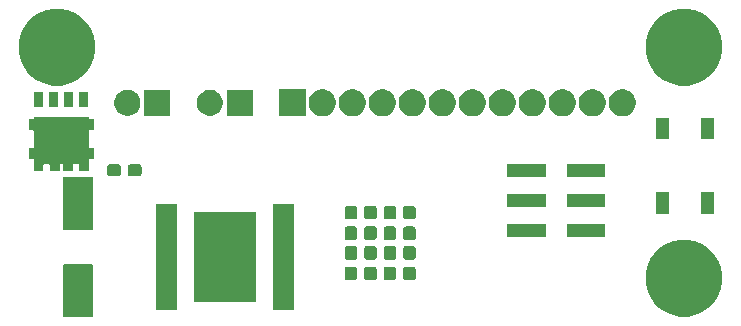
<source format=gts>
G04 #@! TF.GenerationSoftware,KiCad,Pcbnew,5.0.2+dfsg1-1*
G04 #@! TF.CreationDate,2021-06-07T16:20:21-04:00*
G04 #@! TF.ProjectId,KyberBoard,4b796265-7242-46f6-9172-642e6b696361,rev?*
G04 #@! TF.SameCoordinates,Original*
G04 #@! TF.FileFunction,Soldermask,Top*
G04 #@! TF.FilePolarity,Negative*
%FSLAX46Y46*%
G04 Gerber Fmt 4.6, Leading zero omitted, Abs format (unit mm)*
G04 Created by KiCad (PCBNEW 5.0.2+dfsg1-1) date Mon 07 Jun 2021 04:20:21 PM EDT*
%MOMM*%
%LPD*%
G01*
G04 APERTURE LIST*
%ADD10C,0.150000*%
G04 APERTURE END LIST*
D10*
G36*
X123075018Y-85426332D02*
X123108700Y-85436550D01*
X123139734Y-85453138D01*
X123166937Y-85475463D01*
X123189262Y-85502666D01*
X123205850Y-85533700D01*
X123216068Y-85567382D01*
X123220000Y-85607308D01*
X123220000Y-89737492D01*
X123216068Y-89777418D01*
X123205850Y-89811100D01*
X123189262Y-89842134D01*
X123166937Y-89869337D01*
X123139734Y-89891662D01*
X123108700Y-89908250D01*
X123075018Y-89918468D01*
X123035092Y-89922400D01*
X120804908Y-89922400D01*
X120764982Y-89918468D01*
X120731300Y-89908250D01*
X120700266Y-89891662D01*
X120673063Y-89869337D01*
X120650738Y-89842134D01*
X120634150Y-89811100D01*
X120623932Y-89777418D01*
X120620000Y-89737492D01*
X120620000Y-85607308D01*
X120623932Y-85567382D01*
X120634150Y-85533700D01*
X120650738Y-85502666D01*
X120673063Y-85475463D01*
X120700266Y-85453138D01*
X120731300Y-85436550D01*
X120764982Y-85426332D01*
X120804908Y-85422400D01*
X123035092Y-85422400D01*
X123075018Y-85426332D01*
X123075018Y-85426332D01*
G37*
G36*
X174175990Y-83488896D02*
X174175992Y-83488897D01*
X174175993Y-83488897D01*
X174767452Y-83733888D01*
X175299754Y-84089560D01*
X175752440Y-84542246D01*
X176067239Y-85013377D01*
X176108112Y-85074548D01*
X176340278Y-85635044D01*
X176353104Y-85666010D01*
X176478000Y-86293903D01*
X176478000Y-86934097D01*
X176353104Y-87561990D01*
X176108112Y-88153452D01*
X175752440Y-88685754D01*
X175299754Y-89138440D01*
X175041499Y-89311000D01*
X174767452Y-89494112D01*
X174175993Y-89739103D01*
X174175992Y-89739103D01*
X174175990Y-89739104D01*
X173548097Y-89864000D01*
X172907903Y-89864000D01*
X172280010Y-89739104D01*
X172280008Y-89739103D01*
X172280007Y-89739103D01*
X171688548Y-89494112D01*
X171414501Y-89311000D01*
X171156246Y-89138440D01*
X170703560Y-88685754D01*
X170347888Y-88153452D01*
X170102896Y-87561990D01*
X169978000Y-86934097D01*
X169978000Y-86293903D01*
X170102896Y-85666010D01*
X170115723Y-85635044D01*
X170347888Y-85074548D01*
X170388761Y-85013377D01*
X170703560Y-84542246D01*
X171156246Y-84089560D01*
X171688548Y-83733888D01*
X172280007Y-83488897D01*
X172280008Y-83488897D01*
X172280010Y-83488896D01*
X172907903Y-83364000D01*
X173548097Y-83364000D01*
X174175990Y-83488896D01*
X174175990Y-83488896D01*
G37*
G36*
X140198500Y-89311000D02*
X138398500Y-89311000D01*
X138398500Y-80361000D01*
X140198500Y-80361000D01*
X140198500Y-89311000D01*
X140198500Y-89311000D01*
G37*
G36*
X130333500Y-89311000D02*
X128533500Y-89311000D01*
X128533500Y-80361000D01*
X130333500Y-80361000D01*
X130333500Y-89311000D01*
X130333500Y-89311000D01*
G37*
G36*
X137016000Y-88636000D02*
X131716000Y-88636000D01*
X131716000Y-81036000D01*
X137016000Y-81036000D01*
X137016000Y-88636000D01*
X137016000Y-88636000D01*
G37*
G36*
X145387861Y-85634557D02*
X145427635Y-85646623D01*
X145464292Y-85666216D01*
X145496418Y-85692582D01*
X145522784Y-85724708D01*
X145542377Y-85761365D01*
X145554443Y-85801139D01*
X145559000Y-85847408D01*
X145559000Y-86562592D01*
X145554443Y-86608861D01*
X145542377Y-86648635D01*
X145522784Y-86685292D01*
X145496418Y-86717418D01*
X145464292Y-86743784D01*
X145427635Y-86763377D01*
X145387861Y-86775443D01*
X145341592Y-86780000D01*
X144726408Y-86780000D01*
X144680139Y-86775443D01*
X144640365Y-86763377D01*
X144603708Y-86743784D01*
X144571582Y-86717418D01*
X144545216Y-86685292D01*
X144525623Y-86648635D01*
X144513557Y-86608861D01*
X144509000Y-86562592D01*
X144509000Y-85847408D01*
X144513557Y-85801139D01*
X144525623Y-85761365D01*
X144545216Y-85724708D01*
X144571582Y-85692582D01*
X144603708Y-85666216D01*
X144640365Y-85646623D01*
X144680139Y-85634557D01*
X144726408Y-85630000D01*
X145341592Y-85630000D01*
X145387861Y-85634557D01*
X145387861Y-85634557D01*
G37*
G36*
X150340861Y-85634557D02*
X150380635Y-85646623D01*
X150417292Y-85666216D01*
X150449418Y-85692582D01*
X150475784Y-85724708D01*
X150495377Y-85761365D01*
X150507443Y-85801139D01*
X150512000Y-85847408D01*
X150512000Y-86562592D01*
X150507443Y-86608861D01*
X150495377Y-86648635D01*
X150475784Y-86685292D01*
X150449418Y-86717418D01*
X150417292Y-86743784D01*
X150380635Y-86763377D01*
X150340861Y-86775443D01*
X150294592Y-86780000D01*
X149679408Y-86780000D01*
X149633139Y-86775443D01*
X149593365Y-86763377D01*
X149556708Y-86743784D01*
X149524582Y-86717418D01*
X149498216Y-86685292D01*
X149478623Y-86648635D01*
X149466557Y-86608861D01*
X149462000Y-86562592D01*
X149462000Y-85847408D01*
X149466557Y-85801139D01*
X149478623Y-85761365D01*
X149498216Y-85724708D01*
X149524582Y-85692582D01*
X149556708Y-85666216D01*
X149593365Y-85646623D01*
X149633139Y-85634557D01*
X149679408Y-85630000D01*
X150294592Y-85630000D01*
X150340861Y-85634557D01*
X150340861Y-85634557D01*
G37*
G36*
X147038861Y-85634557D02*
X147078635Y-85646623D01*
X147115292Y-85666216D01*
X147147418Y-85692582D01*
X147173784Y-85724708D01*
X147193377Y-85761365D01*
X147205443Y-85801139D01*
X147210000Y-85847408D01*
X147210000Y-86562592D01*
X147205443Y-86608861D01*
X147193377Y-86648635D01*
X147173784Y-86685292D01*
X147147418Y-86717418D01*
X147115292Y-86743784D01*
X147078635Y-86763377D01*
X147038861Y-86775443D01*
X146992592Y-86780000D01*
X146377408Y-86780000D01*
X146331139Y-86775443D01*
X146291365Y-86763377D01*
X146254708Y-86743784D01*
X146222582Y-86717418D01*
X146196216Y-86685292D01*
X146176623Y-86648635D01*
X146164557Y-86608861D01*
X146160000Y-86562592D01*
X146160000Y-85847408D01*
X146164557Y-85801139D01*
X146176623Y-85761365D01*
X146196216Y-85724708D01*
X146222582Y-85692582D01*
X146254708Y-85666216D01*
X146291365Y-85646623D01*
X146331139Y-85634557D01*
X146377408Y-85630000D01*
X146992592Y-85630000D01*
X147038861Y-85634557D01*
X147038861Y-85634557D01*
G37*
G36*
X148689861Y-85634557D02*
X148729635Y-85646623D01*
X148766292Y-85666216D01*
X148798418Y-85692582D01*
X148824784Y-85724708D01*
X148844377Y-85761365D01*
X148856443Y-85801139D01*
X148861000Y-85847408D01*
X148861000Y-86562592D01*
X148856443Y-86608861D01*
X148844377Y-86648635D01*
X148824784Y-86685292D01*
X148798418Y-86717418D01*
X148766292Y-86743784D01*
X148729635Y-86763377D01*
X148689861Y-86775443D01*
X148643592Y-86780000D01*
X148028408Y-86780000D01*
X147982139Y-86775443D01*
X147942365Y-86763377D01*
X147905708Y-86743784D01*
X147873582Y-86717418D01*
X147847216Y-86685292D01*
X147827623Y-86648635D01*
X147815557Y-86608861D01*
X147811000Y-86562592D01*
X147811000Y-85847408D01*
X147815557Y-85801139D01*
X147827623Y-85761365D01*
X147847216Y-85724708D01*
X147873582Y-85692582D01*
X147905708Y-85666216D01*
X147942365Y-85646623D01*
X147982139Y-85634557D01*
X148028408Y-85630000D01*
X148643592Y-85630000D01*
X148689861Y-85634557D01*
X148689861Y-85634557D01*
G37*
G36*
X148689861Y-83884557D02*
X148729635Y-83896623D01*
X148766292Y-83916216D01*
X148798418Y-83942582D01*
X148824784Y-83974708D01*
X148844377Y-84011365D01*
X148856443Y-84051139D01*
X148861000Y-84097408D01*
X148861000Y-84812592D01*
X148856443Y-84858861D01*
X148844377Y-84898635D01*
X148824784Y-84935292D01*
X148798418Y-84967418D01*
X148766292Y-84993784D01*
X148729635Y-85013377D01*
X148689861Y-85025443D01*
X148643592Y-85030000D01*
X148028408Y-85030000D01*
X147982139Y-85025443D01*
X147942365Y-85013377D01*
X147905708Y-84993784D01*
X147873582Y-84967418D01*
X147847216Y-84935292D01*
X147827623Y-84898635D01*
X147815557Y-84858861D01*
X147811000Y-84812592D01*
X147811000Y-84097408D01*
X147815557Y-84051139D01*
X147827623Y-84011365D01*
X147847216Y-83974708D01*
X147873582Y-83942582D01*
X147905708Y-83916216D01*
X147942365Y-83896623D01*
X147982139Y-83884557D01*
X148028408Y-83880000D01*
X148643592Y-83880000D01*
X148689861Y-83884557D01*
X148689861Y-83884557D01*
G37*
G36*
X147038861Y-83884557D02*
X147078635Y-83896623D01*
X147115292Y-83916216D01*
X147147418Y-83942582D01*
X147173784Y-83974708D01*
X147193377Y-84011365D01*
X147205443Y-84051139D01*
X147210000Y-84097408D01*
X147210000Y-84812592D01*
X147205443Y-84858861D01*
X147193377Y-84898635D01*
X147173784Y-84935292D01*
X147147418Y-84967418D01*
X147115292Y-84993784D01*
X147078635Y-85013377D01*
X147038861Y-85025443D01*
X146992592Y-85030000D01*
X146377408Y-85030000D01*
X146331139Y-85025443D01*
X146291365Y-85013377D01*
X146254708Y-84993784D01*
X146222582Y-84967418D01*
X146196216Y-84935292D01*
X146176623Y-84898635D01*
X146164557Y-84858861D01*
X146160000Y-84812592D01*
X146160000Y-84097408D01*
X146164557Y-84051139D01*
X146176623Y-84011365D01*
X146196216Y-83974708D01*
X146222582Y-83942582D01*
X146254708Y-83916216D01*
X146291365Y-83896623D01*
X146331139Y-83884557D01*
X146377408Y-83880000D01*
X146992592Y-83880000D01*
X147038861Y-83884557D01*
X147038861Y-83884557D01*
G37*
G36*
X145387861Y-83884557D02*
X145427635Y-83896623D01*
X145464292Y-83916216D01*
X145496418Y-83942582D01*
X145522784Y-83974708D01*
X145542377Y-84011365D01*
X145554443Y-84051139D01*
X145559000Y-84097408D01*
X145559000Y-84812592D01*
X145554443Y-84858861D01*
X145542377Y-84898635D01*
X145522784Y-84935292D01*
X145496418Y-84967418D01*
X145464292Y-84993784D01*
X145427635Y-85013377D01*
X145387861Y-85025443D01*
X145341592Y-85030000D01*
X144726408Y-85030000D01*
X144680139Y-85025443D01*
X144640365Y-85013377D01*
X144603708Y-84993784D01*
X144571582Y-84967418D01*
X144545216Y-84935292D01*
X144525623Y-84898635D01*
X144513557Y-84858861D01*
X144509000Y-84812592D01*
X144509000Y-84097408D01*
X144513557Y-84051139D01*
X144525623Y-84011365D01*
X144545216Y-83974708D01*
X144571582Y-83942582D01*
X144603708Y-83916216D01*
X144640365Y-83896623D01*
X144680139Y-83884557D01*
X144726408Y-83880000D01*
X145341592Y-83880000D01*
X145387861Y-83884557D01*
X145387861Y-83884557D01*
G37*
G36*
X150340861Y-83884557D02*
X150380635Y-83896623D01*
X150417292Y-83916216D01*
X150449418Y-83942582D01*
X150475784Y-83974708D01*
X150495377Y-84011365D01*
X150507443Y-84051139D01*
X150512000Y-84097408D01*
X150512000Y-84812592D01*
X150507443Y-84858861D01*
X150495377Y-84898635D01*
X150475784Y-84935292D01*
X150449418Y-84967418D01*
X150417292Y-84993784D01*
X150380635Y-85013377D01*
X150340861Y-85025443D01*
X150294592Y-85030000D01*
X149679408Y-85030000D01*
X149633139Y-85025443D01*
X149593365Y-85013377D01*
X149556708Y-84993784D01*
X149524582Y-84967418D01*
X149498216Y-84935292D01*
X149478623Y-84898635D01*
X149466557Y-84858861D01*
X149462000Y-84812592D01*
X149462000Y-84097408D01*
X149466557Y-84051139D01*
X149478623Y-84011365D01*
X149498216Y-83974708D01*
X149524582Y-83942582D01*
X149556708Y-83916216D01*
X149593365Y-83896623D01*
X149633139Y-83884557D01*
X149679408Y-83880000D01*
X150294592Y-83880000D01*
X150340861Y-83884557D01*
X150340861Y-83884557D01*
G37*
G36*
X145387861Y-82233557D02*
X145427635Y-82245623D01*
X145464292Y-82265216D01*
X145496418Y-82291582D01*
X145522784Y-82323708D01*
X145542377Y-82360365D01*
X145554443Y-82400139D01*
X145559000Y-82446408D01*
X145559000Y-83161592D01*
X145554443Y-83207861D01*
X145542377Y-83247635D01*
X145522784Y-83284292D01*
X145496418Y-83316418D01*
X145464292Y-83342784D01*
X145427635Y-83362377D01*
X145387861Y-83374443D01*
X145341592Y-83379000D01*
X144726408Y-83379000D01*
X144680139Y-83374443D01*
X144640365Y-83362377D01*
X144603708Y-83342784D01*
X144571582Y-83316418D01*
X144545216Y-83284292D01*
X144525623Y-83247635D01*
X144513557Y-83207861D01*
X144509000Y-83161592D01*
X144509000Y-82446408D01*
X144513557Y-82400139D01*
X144525623Y-82360365D01*
X144545216Y-82323708D01*
X144571582Y-82291582D01*
X144603708Y-82265216D01*
X144640365Y-82245623D01*
X144680139Y-82233557D01*
X144726408Y-82229000D01*
X145341592Y-82229000D01*
X145387861Y-82233557D01*
X145387861Y-82233557D01*
G37*
G36*
X148689861Y-82233557D02*
X148729635Y-82245623D01*
X148766292Y-82265216D01*
X148798418Y-82291582D01*
X148824784Y-82323708D01*
X148844377Y-82360365D01*
X148856443Y-82400139D01*
X148861000Y-82446408D01*
X148861000Y-83161592D01*
X148856443Y-83207861D01*
X148844377Y-83247635D01*
X148824784Y-83284292D01*
X148798418Y-83316418D01*
X148766292Y-83342784D01*
X148729635Y-83362377D01*
X148689861Y-83374443D01*
X148643592Y-83379000D01*
X148028408Y-83379000D01*
X147982139Y-83374443D01*
X147942365Y-83362377D01*
X147905708Y-83342784D01*
X147873582Y-83316418D01*
X147847216Y-83284292D01*
X147827623Y-83247635D01*
X147815557Y-83207861D01*
X147811000Y-83161592D01*
X147811000Y-82446408D01*
X147815557Y-82400139D01*
X147827623Y-82360365D01*
X147847216Y-82323708D01*
X147873582Y-82291582D01*
X147905708Y-82265216D01*
X147942365Y-82245623D01*
X147982139Y-82233557D01*
X148028408Y-82229000D01*
X148643592Y-82229000D01*
X148689861Y-82233557D01*
X148689861Y-82233557D01*
G37*
G36*
X150340861Y-82233557D02*
X150380635Y-82245623D01*
X150417292Y-82265216D01*
X150449418Y-82291582D01*
X150475784Y-82323708D01*
X150495377Y-82360365D01*
X150507443Y-82400139D01*
X150512000Y-82446408D01*
X150512000Y-83161592D01*
X150507443Y-83207861D01*
X150495377Y-83247635D01*
X150475784Y-83284292D01*
X150449418Y-83316418D01*
X150417292Y-83342784D01*
X150380635Y-83362377D01*
X150340861Y-83374443D01*
X150294592Y-83379000D01*
X149679408Y-83379000D01*
X149633139Y-83374443D01*
X149593365Y-83362377D01*
X149556708Y-83342784D01*
X149524582Y-83316418D01*
X149498216Y-83284292D01*
X149478623Y-83247635D01*
X149466557Y-83207861D01*
X149462000Y-83161592D01*
X149462000Y-82446408D01*
X149466557Y-82400139D01*
X149478623Y-82360365D01*
X149498216Y-82323708D01*
X149524582Y-82291582D01*
X149556708Y-82265216D01*
X149593365Y-82245623D01*
X149633139Y-82233557D01*
X149679408Y-82229000D01*
X150294592Y-82229000D01*
X150340861Y-82233557D01*
X150340861Y-82233557D01*
G37*
G36*
X147038861Y-82219557D02*
X147078635Y-82231623D01*
X147115292Y-82251216D01*
X147147418Y-82277582D01*
X147173784Y-82309708D01*
X147193377Y-82346365D01*
X147205443Y-82386139D01*
X147210000Y-82432408D01*
X147210000Y-83147592D01*
X147205443Y-83193861D01*
X147193377Y-83233635D01*
X147173784Y-83270292D01*
X147147418Y-83302418D01*
X147115292Y-83328784D01*
X147078635Y-83348377D01*
X147038861Y-83360443D01*
X146992592Y-83365000D01*
X146377408Y-83365000D01*
X146331139Y-83360443D01*
X146291365Y-83348377D01*
X146254708Y-83328784D01*
X146222582Y-83302418D01*
X146196216Y-83270292D01*
X146176623Y-83233635D01*
X146164557Y-83193861D01*
X146160000Y-83147592D01*
X146160000Y-82432408D01*
X146164557Y-82386139D01*
X146176623Y-82346365D01*
X146196216Y-82309708D01*
X146222582Y-82277582D01*
X146254708Y-82251216D01*
X146291365Y-82231623D01*
X146331139Y-82219557D01*
X146377408Y-82215000D01*
X146992592Y-82215000D01*
X147038861Y-82219557D01*
X147038861Y-82219557D01*
G37*
G36*
X161533000Y-83102114D02*
X158283000Y-83102114D01*
X158283000Y-82002114D01*
X161533000Y-82002114D01*
X161533000Y-83102114D01*
X161533000Y-83102114D01*
G37*
G36*
X166583000Y-83102114D02*
X163333000Y-83102114D01*
X163333000Y-82002114D01*
X166583000Y-82002114D01*
X166583000Y-83102114D01*
X166583000Y-83102114D01*
G37*
G36*
X123075018Y-78026332D02*
X123108700Y-78036550D01*
X123139734Y-78053138D01*
X123166937Y-78075463D01*
X123189262Y-78102666D01*
X123205850Y-78133700D01*
X123216068Y-78167382D01*
X123220000Y-78207308D01*
X123220000Y-82337492D01*
X123216068Y-82377418D01*
X123205850Y-82411100D01*
X123189262Y-82442134D01*
X123166937Y-82469337D01*
X123139734Y-82491662D01*
X123108700Y-82508250D01*
X123075018Y-82518468D01*
X123035092Y-82522400D01*
X120804908Y-82522400D01*
X120764982Y-82518468D01*
X120731300Y-82508250D01*
X120700266Y-82491662D01*
X120673063Y-82469337D01*
X120650738Y-82442134D01*
X120634150Y-82411100D01*
X120623932Y-82377418D01*
X120620000Y-82337492D01*
X120620000Y-78207308D01*
X120623932Y-78167382D01*
X120634150Y-78133700D01*
X120650738Y-78102666D01*
X120673063Y-78075463D01*
X120700266Y-78053138D01*
X120731300Y-78036550D01*
X120764982Y-78026332D01*
X120804908Y-78022400D01*
X123035092Y-78022400D01*
X123075018Y-78026332D01*
X123075018Y-78026332D01*
G37*
G36*
X145387861Y-80483557D02*
X145427635Y-80495623D01*
X145464292Y-80515216D01*
X145496418Y-80541582D01*
X145522784Y-80573708D01*
X145542377Y-80610365D01*
X145554443Y-80650139D01*
X145559000Y-80696408D01*
X145559000Y-81411592D01*
X145554443Y-81457861D01*
X145542377Y-81497635D01*
X145522784Y-81534292D01*
X145496418Y-81566418D01*
X145464292Y-81592784D01*
X145427635Y-81612377D01*
X145387861Y-81624443D01*
X145341592Y-81629000D01*
X144726408Y-81629000D01*
X144680139Y-81624443D01*
X144640365Y-81612377D01*
X144603708Y-81592784D01*
X144571582Y-81566418D01*
X144545216Y-81534292D01*
X144525623Y-81497635D01*
X144513557Y-81457861D01*
X144509000Y-81411592D01*
X144509000Y-80696408D01*
X144513557Y-80650139D01*
X144525623Y-80610365D01*
X144545216Y-80573708D01*
X144571582Y-80541582D01*
X144603708Y-80515216D01*
X144640365Y-80495623D01*
X144680139Y-80483557D01*
X144726408Y-80479000D01*
X145341592Y-80479000D01*
X145387861Y-80483557D01*
X145387861Y-80483557D01*
G37*
G36*
X148689861Y-80483557D02*
X148729635Y-80495623D01*
X148766292Y-80515216D01*
X148798418Y-80541582D01*
X148824784Y-80573708D01*
X148844377Y-80610365D01*
X148856443Y-80650139D01*
X148861000Y-80696408D01*
X148861000Y-81411592D01*
X148856443Y-81457861D01*
X148844377Y-81497635D01*
X148824784Y-81534292D01*
X148798418Y-81566418D01*
X148766292Y-81592784D01*
X148729635Y-81612377D01*
X148689861Y-81624443D01*
X148643592Y-81629000D01*
X148028408Y-81629000D01*
X147982139Y-81624443D01*
X147942365Y-81612377D01*
X147905708Y-81592784D01*
X147873582Y-81566418D01*
X147847216Y-81534292D01*
X147827623Y-81497635D01*
X147815557Y-81457861D01*
X147811000Y-81411592D01*
X147811000Y-80696408D01*
X147815557Y-80650139D01*
X147827623Y-80610365D01*
X147847216Y-80573708D01*
X147873582Y-80541582D01*
X147905708Y-80515216D01*
X147942365Y-80495623D01*
X147982139Y-80483557D01*
X148028408Y-80479000D01*
X148643592Y-80479000D01*
X148689861Y-80483557D01*
X148689861Y-80483557D01*
G37*
G36*
X150340861Y-80483557D02*
X150380635Y-80495623D01*
X150417292Y-80515216D01*
X150449418Y-80541582D01*
X150475784Y-80573708D01*
X150495377Y-80610365D01*
X150507443Y-80650139D01*
X150512000Y-80696408D01*
X150512000Y-81411592D01*
X150507443Y-81457861D01*
X150495377Y-81497635D01*
X150475784Y-81534292D01*
X150449418Y-81566418D01*
X150417292Y-81592784D01*
X150380635Y-81612377D01*
X150340861Y-81624443D01*
X150294592Y-81629000D01*
X149679408Y-81629000D01*
X149633139Y-81624443D01*
X149593365Y-81612377D01*
X149556708Y-81592784D01*
X149524582Y-81566418D01*
X149498216Y-81534292D01*
X149478623Y-81497635D01*
X149466557Y-81457861D01*
X149462000Y-81411592D01*
X149462000Y-80696408D01*
X149466557Y-80650139D01*
X149478623Y-80610365D01*
X149498216Y-80573708D01*
X149524582Y-80541582D01*
X149556708Y-80515216D01*
X149593365Y-80495623D01*
X149633139Y-80483557D01*
X149679408Y-80479000D01*
X150294592Y-80479000D01*
X150340861Y-80483557D01*
X150340861Y-80483557D01*
G37*
G36*
X147038861Y-80469557D02*
X147078635Y-80481623D01*
X147115292Y-80501216D01*
X147147418Y-80527582D01*
X147173784Y-80559708D01*
X147193377Y-80596365D01*
X147205443Y-80636139D01*
X147210000Y-80682408D01*
X147210000Y-81397592D01*
X147205443Y-81443861D01*
X147193377Y-81483635D01*
X147173784Y-81520292D01*
X147147418Y-81552418D01*
X147115292Y-81578784D01*
X147078635Y-81598377D01*
X147038861Y-81610443D01*
X146992592Y-81615000D01*
X146377408Y-81615000D01*
X146331139Y-81610443D01*
X146291365Y-81598377D01*
X146254708Y-81578784D01*
X146222582Y-81552418D01*
X146196216Y-81520292D01*
X146176623Y-81483635D01*
X146164557Y-81443861D01*
X146160000Y-81397592D01*
X146160000Y-80682408D01*
X146164557Y-80636139D01*
X146176623Y-80596365D01*
X146196216Y-80559708D01*
X146222582Y-80527582D01*
X146254708Y-80501216D01*
X146291365Y-80481623D01*
X146331139Y-80469557D01*
X146377408Y-80465000D01*
X146992592Y-80465000D01*
X147038861Y-80469557D01*
X147038861Y-80469557D01*
G37*
G36*
X172005000Y-81146200D02*
X170905000Y-81146200D01*
X170905000Y-79346200D01*
X172005000Y-79346200D01*
X172005000Y-81146200D01*
X172005000Y-81146200D01*
G37*
G36*
X175805000Y-81146200D02*
X174705000Y-81146200D01*
X174705000Y-79346200D01*
X175805000Y-79346200D01*
X175805000Y-81146200D01*
X175805000Y-81146200D01*
G37*
G36*
X161533000Y-80562114D02*
X158283000Y-80562114D01*
X158283000Y-79462114D01*
X161533000Y-79462114D01*
X161533000Y-80562114D01*
X161533000Y-80562114D01*
G37*
G36*
X166583000Y-80562114D02*
X163333000Y-80562114D01*
X163333000Y-79462114D01*
X166583000Y-79462114D01*
X166583000Y-80562114D01*
X166583000Y-80562114D01*
G37*
G36*
X161533000Y-78022114D02*
X158283000Y-78022114D01*
X158283000Y-76922114D01*
X161533000Y-76922114D01*
X161533000Y-78022114D01*
X161533000Y-78022114D01*
G37*
G36*
X166583000Y-78022114D02*
X163333000Y-78022114D01*
X163333000Y-76922114D01*
X166583000Y-76922114D01*
X166583000Y-78022114D01*
X166583000Y-78022114D01*
G37*
G36*
X127135861Y-76949557D02*
X127175635Y-76961623D01*
X127212292Y-76981216D01*
X127244418Y-77007582D01*
X127270784Y-77039708D01*
X127290377Y-77076365D01*
X127302443Y-77116139D01*
X127307000Y-77162408D01*
X127307000Y-77777592D01*
X127302443Y-77823861D01*
X127290377Y-77863635D01*
X127270784Y-77900292D01*
X127244418Y-77932418D01*
X127212292Y-77958784D01*
X127175635Y-77978377D01*
X127135861Y-77990443D01*
X127089592Y-77995000D01*
X126374408Y-77995000D01*
X126328139Y-77990443D01*
X126288365Y-77978377D01*
X126251708Y-77958784D01*
X126219582Y-77932418D01*
X126193216Y-77900292D01*
X126173623Y-77863635D01*
X126161557Y-77823861D01*
X126157000Y-77777592D01*
X126157000Y-77162408D01*
X126161557Y-77116139D01*
X126173623Y-77076365D01*
X126193216Y-77039708D01*
X126219582Y-77007582D01*
X126251708Y-76981216D01*
X126288365Y-76961623D01*
X126328139Y-76949557D01*
X126374408Y-76945000D01*
X127089592Y-76945000D01*
X127135861Y-76949557D01*
X127135861Y-76949557D01*
G37*
G36*
X125385861Y-76949557D02*
X125425635Y-76961623D01*
X125462292Y-76981216D01*
X125494418Y-77007582D01*
X125520784Y-77039708D01*
X125540377Y-77076365D01*
X125552443Y-77116139D01*
X125557000Y-77162408D01*
X125557000Y-77777592D01*
X125552443Y-77823861D01*
X125540377Y-77863635D01*
X125520784Y-77900292D01*
X125494418Y-77932418D01*
X125462292Y-77958784D01*
X125425635Y-77978377D01*
X125385861Y-77990443D01*
X125339592Y-77995000D01*
X124624408Y-77995000D01*
X124578139Y-77990443D01*
X124538365Y-77978377D01*
X124501708Y-77958784D01*
X124469582Y-77932418D01*
X124443216Y-77900292D01*
X124423623Y-77863635D01*
X124411557Y-77823861D01*
X124407000Y-77777592D01*
X124407000Y-77162408D01*
X124411557Y-77116139D01*
X124423623Y-77076365D01*
X124443216Y-77039708D01*
X124469582Y-77007582D01*
X124501708Y-76981216D01*
X124538365Y-76961623D01*
X124578139Y-76949557D01*
X124624408Y-76945000D01*
X125339592Y-76945000D01*
X125385861Y-76949557D01*
X125385861Y-76949557D01*
G37*
G36*
X122822997Y-72953758D02*
X122823000Y-72953758D01*
X122832802Y-72954723D01*
X122842227Y-72957582D01*
X122850913Y-72962225D01*
X122858526Y-72968474D01*
X122864775Y-72976087D01*
X122869418Y-72984773D01*
X122872277Y-72994198D01*
X122873242Y-73004000D01*
X122873726Y-73008917D01*
X122873726Y-73043274D01*
X122875647Y-73062783D01*
X122881338Y-73081542D01*
X122890579Y-73098831D01*
X122903015Y-73113985D01*
X122918169Y-73126421D01*
X122935458Y-73135662D01*
X122954217Y-73141353D01*
X122973726Y-73143274D01*
X123218083Y-73143274D01*
X123222997Y-73143758D01*
X123223000Y-73143758D01*
X123232802Y-73144723D01*
X123242227Y-73147582D01*
X123250913Y-73152225D01*
X123258526Y-73158474D01*
X123264775Y-73166087D01*
X123269418Y-73174773D01*
X123272277Y-73184198D01*
X123273242Y-73194000D01*
X123273726Y-73198917D01*
X123273726Y-73989083D01*
X123273242Y-73993997D01*
X123273242Y-73994000D01*
X123272277Y-74003802D01*
X123269418Y-74013227D01*
X123264775Y-74021913D01*
X123258526Y-74029526D01*
X123250913Y-74035775D01*
X123242227Y-74040418D01*
X123232802Y-74043277D01*
X123223000Y-74044242D01*
X123222997Y-74044242D01*
X123218083Y-74044726D01*
X122973726Y-74044726D01*
X122954217Y-74046647D01*
X122935458Y-74052338D01*
X122918169Y-74061579D01*
X122903015Y-74074015D01*
X122890579Y-74089169D01*
X122881338Y-74106458D01*
X122875647Y-74125217D01*
X122873726Y-74144726D01*
X122873726Y-75493274D01*
X122875647Y-75512783D01*
X122881338Y-75531542D01*
X122890579Y-75548831D01*
X122903015Y-75563985D01*
X122918169Y-75576421D01*
X122935458Y-75585662D01*
X122954217Y-75591353D01*
X122973726Y-75593274D01*
X123218083Y-75593274D01*
X123222997Y-75593758D01*
X123223000Y-75593758D01*
X123232802Y-75594723D01*
X123242227Y-75597582D01*
X123250913Y-75602225D01*
X123258526Y-75608474D01*
X123264775Y-75616087D01*
X123269418Y-75624773D01*
X123272277Y-75634198D01*
X123273242Y-75644000D01*
X123273726Y-75648917D01*
X123273726Y-76439083D01*
X123273242Y-76443997D01*
X123273242Y-76444000D01*
X123272277Y-76453802D01*
X123269418Y-76463227D01*
X123264775Y-76471913D01*
X123258526Y-76479526D01*
X123250913Y-76485775D01*
X123242227Y-76490418D01*
X123232802Y-76493277D01*
X123223000Y-76494242D01*
X123222997Y-76494242D01*
X123218083Y-76494726D01*
X122973726Y-76494726D01*
X122954217Y-76496647D01*
X122935458Y-76502338D01*
X122918169Y-76511579D01*
X122903015Y-76524015D01*
X122890579Y-76539169D01*
X122881338Y-76556458D01*
X122875647Y-76575217D01*
X122873726Y-76594726D01*
X122873726Y-77499083D01*
X122873242Y-77503997D01*
X122873242Y-77504000D01*
X122872277Y-77513802D01*
X122869418Y-77523227D01*
X122864775Y-77531913D01*
X122858526Y-77539526D01*
X122850913Y-77545775D01*
X122842227Y-77550418D01*
X122832802Y-77553277D01*
X122823000Y-77554242D01*
X122822997Y-77554242D01*
X122818083Y-77554726D01*
X122102917Y-77554726D01*
X122098003Y-77554242D01*
X122098000Y-77554242D01*
X122088198Y-77553277D01*
X122078773Y-77550418D01*
X122070087Y-77545775D01*
X122062474Y-77539526D01*
X122056225Y-77531913D01*
X122051582Y-77523227D01*
X122048723Y-77513802D01*
X122047758Y-77504000D01*
X122047758Y-77503997D01*
X122047274Y-77499083D01*
X122047274Y-77054726D01*
X122045353Y-77035217D01*
X122039662Y-77016458D01*
X122030421Y-76999169D01*
X122017985Y-76984015D01*
X122002831Y-76971579D01*
X121985542Y-76962338D01*
X121966783Y-76956647D01*
X121947274Y-76954726D01*
X121598726Y-76954726D01*
X121579217Y-76956647D01*
X121560458Y-76962338D01*
X121543169Y-76971579D01*
X121528015Y-76984015D01*
X121515579Y-76999169D01*
X121506338Y-77016458D01*
X121500647Y-77035217D01*
X121498726Y-77054726D01*
X121498726Y-77499083D01*
X121498242Y-77503997D01*
X121498242Y-77504000D01*
X121497277Y-77513802D01*
X121494418Y-77523227D01*
X121489775Y-77531913D01*
X121483526Y-77539526D01*
X121475913Y-77545775D01*
X121467227Y-77550418D01*
X121457802Y-77553277D01*
X121448000Y-77554242D01*
X121447997Y-77554242D01*
X121443083Y-77554726D01*
X120727917Y-77554726D01*
X120723003Y-77554242D01*
X120723000Y-77554242D01*
X120713198Y-77553277D01*
X120703773Y-77550418D01*
X120695087Y-77545775D01*
X120687474Y-77539526D01*
X120681225Y-77531913D01*
X120676582Y-77523227D01*
X120673723Y-77513802D01*
X120672758Y-77504000D01*
X120672758Y-77503997D01*
X120672274Y-77499083D01*
X120672274Y-77054726D01*
X120670353Y-77035217D01*
X120664662Y-77016458D01*
X120655421Y-76999169D01*
X120642985Y-76984015D01*
X120627831Y-76971579D01*
X120610542Y-76962338D01*
X120591783Y-76956647D01*
X120572274Y-76954726D01*
X120473726Y-76954726D01*
X120454217Y-76956647D01*
X120435458Y-76962338D01*
X120418169Y-76971579D01*
X120403015Y-76984015D01*
X120390579Y-76999169D01*
X120381338Y-77016458D01*
X120375647Y-77035217D01*
X120373726Y-77054726D01*
X120373726Y-77499083D01*
X120373242Y-77503997D01*
X120373242Y-77504000D01*
X120372277Y-77513802D01*
X120369418Y-77523227D01*
X120364775Y-77531913D01*
X120358526Y-77539526D01*
X120350913Y-77545775D01*
X120342227Y-77550418D01*
X120332802Y-77553277D01*
X120323000Y-77554242D01*
X120322997Y-77554242D01*
X120318083Y-77554726D01*
X119602917Y-77554726D01*
X119598003Y-77554242D01*
X119598000Y-77554242D01*
X119588198Y-77553277D01*
X119578773Y-77550418D01*
X119570087Y-77545775D01*
X119562474Y-77539526D01*
X119556225Y-77531913D01*
X119551582Y-77523227D01*
X119548723Y-77513802D01*
X119547758Y-77504000D01*
X119547758Y-77503997D01*
X119547274Y-77499083D01*
X119547274Y-77054726D01*
X119545353Y-77035217D01*
X119539662Y-77016458D01*
X119530421Y-76999169D01*
X119517985Y-76984015D01*
X119502831Y-76971579D01*
X119485542Y-76962338D01*
X119466783Y-76956647D01*
X119447274Y-76954726D01*
X119098726Y-76954726D01*
X119079217Y-76956647D01*
X119060458Y-76962338D01*
X119043169Y-76971579D01*
X119028015Y-76984015D01*
X119015579Y-76999169D01*
X119006338Y-77016458D01*
X119000647Y-77035217D01*
X118998726Y-77054726D01*
X118998726Y-77499083D01*
X118998242Y-77503997D01*
X118998242Y-77504000D01*
X118997277Y-77513802D01*
X118994418Y-77523227D01*
X118989775Y-77531913D01*
X118983526Y-77539526D01*
X118975913Y-77545775D01*
X118967227Y-77550418D01*
X118957802Y-77553277D01*
X118948000Y-77554242D01*
X118947997Y-77554242D01*
X118943083Y-77554726D01*
X118227917Y-77554726D01*
X118223003Y-77554242D01*
X118223000Y-77554242D01*
X118213198Y-77553277D01*
X118203773Y-77550418D01*
X118195087Y-77545775D01*
X118187474Y-77539526D01*
X118181225Y-77531913D01*
X118176582Y-77523227D01*
X118173723Y-77513802D01*
X118172758Y-77504000D01*
X118172758Y-77503997D01*
X118172274Y-77499083D01*
X118172274Y-76594726D01*
X118170353Y-76575217D01*
X118164662Y-76556458D01*
X118155421Y-76539169D01*
X118142985Y-76524015D01*
X118127831Y-76511579D01*
X118110542Y-76502338D01*
X118091783Y-76496647D01*
X118072274Y-76494726D01*
X117827917Y-76494726D01*
X117823003Y-76494242D01*
X117823000Y-76494242D01*
X117813198Y-76493277D01*
X117803773Y-76490418D01*
X117795087Y-76485775D01*
X117787474Y-76479526D01*
X117781225Y-76471913D01*
X117776582Y-76463227D01*
X117773723Y-76453802D01*
X117772758Y-76444000D01*
X117772758Y-76443997D01*
X117772274Y-76439083D01*
X117772274Y-75648917D01*
X117772758Y-75644000D01*
X117773723Y-75634198D01*
X117776582Y-75624773D01*
X117781225Y-75616087D01*
X117787474Y-75608474D01*
X117795087Y-75602225D01*
X117803773Y-75597582D01*
X117813198Y-75594723D01*
X117823000Y-75593758D01*
X117823003Y-75593758D01*
X117827917Y-75593274D01*
X118072274Y-75593274D01*
X118091783Y-75591353D01*
X118110542Y-75585662D01*
X118127831Y-75576421D01*
X118142985Y-75563985D01*
X118155421Y-75548831D01*
X118164662Y-75531542D01*
X118170353Y-75512783D01*
X118172274Y-75493274D01*
X118172274Y-74144726D01*
X118170353Y-74125217D01*
X118164662Y-74106458D01*
X118155421Y-74089169D01*
X118142985Y-74074015D01*
X118127831Y-74061579D01*
X118110542Y-74052338D01*
X118091783Y-74046647D01*
X118072274Y-74044726D01*
X117827917Y-74044726D01*
X117823003Y-74044242D01*
X117823000Y-74044242D01*
X117813198Y-74043277D01*
X117803773Y-74040418D01*
X117795087Y-74035775D01*
X117787474Y-74029526D01*
X117781225Y-74021913D01*
X117776582Y-74013227D01*
X117773723Y-74003802D01*
X117772758Y-73994000D01*
X117772758Y-73993997D01*
X117772274Y-73989083D01*
X117772274Y-73198917D01*
X117772758Y-73194000D01*
X117773723Y-73184198D01*
X117776582Y-73174773D01*
X117781225Y-73166087D01*
X117787474Y-73158474D01*
X117795087Y-73152225D01*
X117803773Y-73147582D01*
X117813198Y-73144723D01*
X117823000Y-73143758D01*
X117823003Y-73143758D01*
X117827917Y-73143274D01*
X118072274Y-73143274D01*
X118091783Y-73141353D01*
X118110542Y-73135662D01*
X118127831Y-73126421D01*
X118142985Y-73113985D01*
X118155421Y-73098831D01*
X118164662Y-73081542D01*
X118170353Y-73062783D01*
X118172274Y-73043274D01*
X118172274Y-73008917D01*
X118172758Y-73004000D01*
X118173723Y-72994198D01*
X118176582Y-72984773D01*
X118181225Y-72976087D01*
X118187474Y-72968474D01*
X118195087Y-72962225D01*
X118203773Y-72957582D01*
X118213198Y-72954723D01*
X118223000Y-72953758D01*
X118223003Y-72953758D01*
X118227917Y-72953274D01*
X122818083Y-72953274D01*
X122822997Y-72953758D01*
X122822997Y-72953758D01*
G37*
G36*
X172005000Y-74846200D02*
X170905000Y-74846200D01*
X170905000Y-73046200D01*
X172005000Y-73046200D01*
X172005000Y-74846200D01*
X172005000Y-74846200D01*
G37*
G36*
X175805000Y-74846200D02*
X174705000Y-74846200D01*
X174705000Y-73046200D01*
X175805000Y-73046200D01*
X175805000Y-74846200D01*
X175805000Y-74846200D01*
G37*
G36*
X158196443Y-70649194D02*
X158405729Y-70735884D01*
X158594082Y-70861737D01*
X158754263Y-71021918D01*
X158880116Y-71210271D01*
X158966806Y-71419557D01*
X159011000Y-71641735D01*
X159011000Y-71868265D01*
X158966806Y-72090443D01*
X158880116Y-72299729D01*
X158754263Y-72488082D01*
X158594082Y-72648263D01*
X158405729Y-72774116D01*
X158196443Y-72860806D01*
X157974265Y-72905000D01*
X157747735Y-72905000D01*
X157525557Y-72860806D01*
X157316271Y-72774116D01*
X157127918Y-72648263D01*
X156967737Y-72488082D01*
X156841884Y-72299729D01*
X156755194Y-72090443D01*
X156711000Y-71868265D01*
X156711000Y-71641735D01*
X156755194Y-71419557D01*
X156841884Y-71210271D01*
X156967737Y-71021918D01*
X157127918Y-70861737D01*
X157316271Y-70735884D01*
X157525557Y-70649194D01*
X157747735Y-70605000D01*
X157974265Y-70605000D01*
X158196443Y-70649194D01*
X158196443Y-70649194D01*
G37*
G36*
X168356443Y-70649194D02*
X168565729Y-70735884D01*
X168754082Y-70861737D01*
X168914263Y-71021918D01*
X169040116Y-71210271D01*
X169126806Y-71419557D01*
X169171000Y-71641735D01*
X169171000Y-71868265D01*
X169126806Y-72090443D01*
X169040116Y-72299729D01*
X168914263Y-72488082D01*
X168754082Y-72648263D01*
X168565729Y-72774116D01*
X168356443Y-72860806D01*
X168134265Y-72905000D01*
X167907735Y-72905000D01*
X167685557Y-72860806D01*
X167476271Y-72774116D01*
X167287918Y-72648263D01*
X167127737Y-72488082D01*
X167001884Y-72299729D01*
X166915194Y-72090443D01*
X166871000Y-71868265D01*
X166871000Y-71641735D01*
X166915194Y-71419557D01*
X167001884Y-71210271D01*
X167127737Y-71021918D01*
X167287918Y-70861737D01*
X167476271Y-70735884D01*
X167685557Y-70649194D01*
X167907735Y-70605000D01*
X168134265Y-70605000D01*
X168356443Y-70649194D01*
X168356443Y-70649194D01*
G37*
G36*
X165816443Y-70649194D02*
X166025729Y-70735884D01*
X166214082Y-70861737D01*
X166374263Y-71021918D01*
X166500116Y-71210271D01*
X166586806Y-71419557D01*
X166631000Y-71641735D01*
X166631000Y-71868265D01*
X166586806Y-72090443D01*
X166500116Y-72299729D01*
X166374263Y-72488082D01*
X166214082Y-72648263D01*
X166025729Y-72774116D01*
X165816443Y-72860806D01*
X165594265Y-72905000D01*
X165367735Y-72905000D01*
X165145557Y-72860806D01*
X164936271Y-72774116D01*
X164747918Y-72648263D01*
X164587737Y-72488082D01*
X164461884Y-72299729D01*
X164375194Y-72090443D01*
X164331000Y-71868265D01*
X164331000Y-71641735D01*
X164375194Y-71419557D01*
X164461884Y-71210271D01*
X164587737Y-71021918D01*
X164747918Y-70861737D01*
X164936271Y-70735884D01*
X165145557Y-70649194D01*
X165367735Y-70605000D01*
X165594265Y-70605000D01*
X165816443Y-70649194D01*
X165816443Y-70649194D01*
G37*
G36*
X163276443Y-70649194D02*
X163485729Y-70735884D01*
X163674082Y-70861737D01*
X163834263Y-71021918D01*
X163960116Y-71210271D01*
X164046806Y-71419557D01*
X164091000Y-71641735D01*
X164091000Y-71868265D01*
X164046806Y-72090443D01*
X163960116Y-72299729D01*
X163834263Y-72488082D01*
X163674082Y-72648263D01*
X163485729Y-72774116D01*
X163276443Y-72860806D01*
X163054265Y-72905000D01*
X162827735Y-72905000D01*
X162605557Y-72860806D01*
X162396271Y-72774116D01*
X162207918Y-72648263D01*
X162047737Y-72488082D01*
X161921884Y-72299729D01*
X161835194Y-72090443D01*
X161791000Y-71868265D01*
X161791000Y-71641735D01*
X161835194Y-71419557D01*
X161921884Y-71210271D01*
X162047737Y-71021918D01*
X162207918Y-70861737D01*
X162396271Y-70735884D01*
X162605557Y-70649194D01*
X162827735Y-70605000D01*
X163054265Y-70605000D01*
X163276443Y-70649194D01*
X163276443Y-70649194D01*
G37*
G36*
X160736443Y-70649194D02*
X160945729Y-70735884D01*
X161134082Y-70861737D01*
X161294263Y-71021918D01*
X161420116Y-71210271D01*
X161506806Y-71419557D01*
X161551000Y-71641735D01*
X161551000Y-71868265D01*
X161506806Y-72090443D01*
X161420116Y-72299729D01*
X161294263Y-72488082D01*
X161134082Y-72648263D01*
X160945729Y-72774116D01*
X160736443Y-72860806D01*
X160514265Y-72905000D01*
X160287735Y-72905000D01*
X160065557Y-72860806D01*
X159856271Y-72774116D01*
X159667918Y-72648263D01*
X159507737Y-72488082D01*
X159381884Y-72299729D01*
X159295194Y-72090443D01*
X159251000Y-71868265D01*
X159251000Y-71641735D01*
X159295194Y-71419557D01*
X159381884Y-71210271D01*
X159507737Y-71021918D01*
X159667918Y-70861737D01*
X159856271Y-70735884D01*
X160065557Y-70649194D01*
X160287735Y-70605000D01*
X160514265Y-70605000D01*
X160736443Y-70649194D01*
X160736443Y-70649194D01*
G37*
G36*
X155656443Y-70649194D02*
X155865729Y-70735884D01*
X156054082Y-70861737D01*
X156214263Y-71021918D01*
X156340116Y-71210271D01*
X156426806Y-71419557D01*
X156471000Y-71641735D01*
X156471000Y-71868265D01*
X156426806Y-72090443D01*
X156340116Y-72299729D01*
X156214263Y-72488082D01*
X156054082Y-72648263D01*
X155865729Y-72774116D01*
X155656443Y-72860806D01*
X155434265Y-72905000D01*
X155207735Y-72905000D01*
X154985557Y-72860806D01*
X154776271Y-72774116D01*
X154587918Y-72648263D01*
X154427737Y-72488082D01*
X154301884Y-72299729D01*
X154215194Y-72090443D01*
X154171000Y-71868265D01*
X154171000Y-71641735D01*
X154215194Y-71419557D01*
X154301884Y-71210271D01*
X154427737Y-71021918D01*
X154587918Y-70861737D01*
X154776271Y-70735884D01*
X154985557Y-70649194D01*
X155207735Y-70605000D01*
X155434265Y-70605000D01*
X155656443Y-70649194D01*
X155656443Y-70649194D01*
G37*
G36*
X153116443Y-70649194D02*
X153325729Y-70735884D01*
X153514082Y-70861737D01*
X153674263Y-71021918D01*
X153800116Y-71210271D01*
X153886806Y-71419557D01*
X153931000Y-71641735D01*
X153931000Y-71868265D01*
X153886806Y-72090443D01*
X153800116Y-72299729D01*
X153674263Y-72488082D01*
X153514082Y-72648263D01*
X153325729Y-72774116D01*
X153116443Y-72860806D01*
X152894265Y-72905000D01*
X152667735Y-72905000D01*
X152445557Y-72860806D01*
X152236271Y-72774116D01*
X152047918Y-72648263D01*
X151887737Y-72488082D01*
X151761884Y-72299729D01*
X151675194Y-72090443D01*
X151631000Y-71868265D01*
X151631000Y-71641735D01*
X151675194Y-71419557D01*
X151761884Y-71210271D01*
X151887737Y-71021918D01*
X152047918Y-70861737D01*
X152236271Y-70735884D01*
X152445557Y-70649194D01*
X152667735Y-70605000D01*
X152894265Y-70605000D01*
X153116443Y-70649194D01*
X153116443Y-70649194D01*
G37*
G36*
X142956443Y-70649194D02*
X143165729Y-70735884D01*
X143354082Y-70861737D01*
X143514263Y-71021918D01*
X143640116Y-71210271D01*
X143726806Y-71419557D01*
X143771000Y-71641735D01*
X143771000Y-71868265D01*
X143726806Y-72090443D01*
X143640116Y-72299729D01*
X143514263Y-72488082D01*
X143354082Y-72648263D01*
X143165729Y-72774116D01*
X142956443Y-72860806D01*
X142734265Y-72905000D01*
X142507735Y-72905000D01*
X142285557Y-72860806D01*
X142076271Y-72774116D01*
X141887918Y-72648263D01*
X141727737Y-72488082D01*
X141601884Y-72299729D01*
X141515194Y-72090443D01*
X141471000Y-71868265D01*
X141471000Y-71641735D01*
X141515194Y-71419557D01*
X141601884Y-71210271D01*
X141727737Y-71021918D01*
X141887918Y-70861737D01*
X142076271Y-70735884D01*
X142285557Y-70649194D01*
X142507735Y-70605000D01*
X142734265Y-70605000D01*
X142956443Y-70649194D01*
X142956443Y-70649194D01*
G37*
G36*
X150576443Y-70649194D02*
X150785729Y-70735884D01*
X150974082Y-70861737D01*
X151134263Y-71021918D01*
X151260116Y-71210271D01*
X151346806Y-71419557D01*
X151391000Y-71641735D01*
X151391000Y-71868265D01*
X151346806Y-72090443D01*
X151260116Y-72299729D01*
X151134263Y-72488082D01*
X150974082Y-72648263D01*
X150785729Y-72774116D01*
X150576443Y-72860806D01*
X150354265Y-72905000D01*
X150127735Y-72905000D01*
X149905557Y-72860806D01*
X149696271Y-72774116D01*
X149507918Y-72648263D01*
X149347737Y-72488082D01*
X149221884Y-72299729D01*
X149135194Y-72090443D01*
X149091000Y-71868265D01*
X149091000Y-71641735D01*
X149135194Y-71419557D01*
X149221884Y-71210271D01*
X149347737Y-71021918D01*
X149507918Y-70861737D01*
X149696271Y-70735884D01*
X149905557Y-70649194D01*
X150127735Y-70605000D01*
X150354265Y-70605000D01*
X150576443Y-70649194D01*
X150576443Y-70649194D01*
G37*
G36*
X148036443Y-70649194D02*
X148245729Y-70735884D01*
X148434082Y-70861737D01*
X148594263Y-71021918D01*
X148720116Y-71210271D01*
X148806806Y-71419557D01*
X148851000Y-71641735D01*
X148851000Y-71868265D01*
X148806806Y-72090443D01*
X148720116Y-72299729D01*
X148594263Y-72488082D01*
X148434082Y-72648263D01*
X148245729Y-72774116D01*
X148036443Y-72860806D01*
X147814265Y-72905000D01*
X147587735Y-72905000D01*
X147365557Y-72860806D01*
X147156271Y-72774116D01*
X146967918Y-72648263D01*
X146807737Y-72488082D01*
X146681884Y-72299729D01*
X146595194Y-72090443D01*
X146551000Y-71868265D01*
X146551000Y-71641735D01*
X146595194Y-71419557D01*
X146681884Y-71210271D01*
X146807737Y-71021918D01*
X146967918Y-70861737D01*
X147156271Y-70735884D01*
X147365557Y-70649194D01*
X147587735Y-70605000D01*
X147814265Y-70605000D01*
X148036443Y-70649194D01*
X148036443Y-70649194D01*
G37*
G36*
X145496443Y-70649194D02*
X145705729Y-70735884D01*
X145894082Y-70861737D01*
X146054263Y-71021918D01*
X146180116Y-71210271D01*
X146266806Y-71419557D01*
X146311000Y-71641735D01*
X146311000Y-71868265D01*
X146266806Y-72090443D01*
X146180116Y-72299729D01*
X146054263Y-72488082D01*
X145894082Y-72648263D01*
X145705729Y-72774116D01*
X145496443Y-72860806D01*
X145274265Y-72905000D01*
X145047735Y-72905000D01*
X144825557Y-72860806D01*
X144616271Y-72774116D01*
X144427918Y-72648263D01*
X144267737Y-72488082D01*
X144141884Y-72299729D01*
X144055194Y-72090443D01*
X144011000Y-71868265D01*
X144011000Y-71641735D01*
X144055194Y-71419557D01*
X144141884Y-71210271D01*
X144267737Y-71021918D01*
X144427918Y-70861737D01*
X144616271Y-70735884D01*
X144825557Y-70649194D01*
X145047735Y-70605000D01*
X145274265Y-70605000D01*
X145496443Y-70649194D01*
X145496443Y-70649194D01*
G37*
G36*
X141231000Y-72905000D02*
X138931000Y-72905000D01*
X138931000Y-70605000D01*
X141231000Y-70605000D01*
X141231000Y-72905000D01*
X141231000Y-72905000D01*
G37*
G36*
X126431856Y-70697272D02*
X126632045Y-70780193D01*
X126812207Y-70900573D01*
X126965427Y-71053793D01*
X127085807Y-71233955D01*
X127168728Y-71434144D01*
X127211000Y-71646657D01*
X127211000Y-71863343D01*
X127168728Y-72075856D01*
X127085807Y-72276045D01*
X126965427Y-72456207D01*
X126812207Y-72609427D01*
X126632045Y-72729807D01*
X126431856Y-72812728D01*
X126219343Y-72855000D01*
X126002657Y-72855000D01*
X125790144Y-72812728D01*
X125589955Y-72729807D01*
X125409793Y-72609427D01*
X125256573Y-72456207D01*
X125136193Y-72276045D01*
X125053272Y-72075856D01*
X125011000Y-71863343D01*
X125011000Y-71646657D01*
X125053272Y-71434144D01*
X125136193Y-71233955D01*
X125256573Y-71053793D01*
X125409793Y-70900573D01*
X125589955Y-70780193D01*
X125790144Y-70697272D01*
X126002657Y-70655000D01*
X126219343Y-70655000D01*
X126431856Y-70697272D01*
X126431856Y-70697272D01*
G37*
G36*
X136736000Y-72855000D02*
X134536000Y-72855000D01*
X134536000Y-70655000D01*
X136736000Y-70655000D01*
X136736000Y-72855000D01*
X136736000Y-72855000D01*
G37*
G36*
X133416856Y-70697272D02*
X133617045Y-70780193D01*
X133797207Y-70900573D01*
X133950427Y-71053793D01*
X134070807Y-71233955D01*
X134153728Y-71434144D01*
X134196000Y-71646657D01*
X134196000Y-71863343D01*
X134153728Y-72075856D01*
X134070807Y-72276045D01*
X133950427Y-72456207D01*
X133797207Y-72609427D01*
X133617045Y-72729807D01*
X133416856Y-72812728D01*
X133204343Y-72855000D01*
X132987657Y-72855000D01*
X132775144Y-72812728D01*
X132574955Y-72729807D01*
X132394793Y-72609427D01*
X132241573Y-72456207D01*
X132121193Y-72276045D01*
X132038272Y-72075856D01*
X131996000Y-71863343D01*
X131996000Y-71646657D01*
X132038272Y-71434144D01*
X132121193Y-71233955D01*
X132241573Y-71053793D01*
X132394793Y-70900573D01*
X132574955Y-70780193D01*
X132775144Y-70697272D01*
X132987657Y-70655000D01*
X133204343Y-70655000D01*
X133416856Y-70697272D01*
X133416856Y-70697272D01*
G37*
G36*
X129751000Y-72855000D02*
X127551000Y-72855000D01*
X127551000Y-70655000D01*
X129751000Y-70655000D01*
X129751000Y-72855000D01*
X129751000Y-72855000D01*
G37*
G36*
X122803000Y-72154000D02*
X122053000Y-72154000D01*
X122053000Y-70804000D01*
X122803000Y-70804000D01*
X122803000Y-72154000D01*
X122803000Y-72154000D01*
G37*
G36*
X121533000Y-72154000D02*
X120783000Y-72154000D01*
X120783000Y-70804000D01*
X121533000Y-70804000D01*
X121533000Y-72154000D01*
X121533000Y-72154000D01*
G37*
G36*
X120263000Y-72154000D02*
X119513000Y-72154000D01*
X119513000Y-70804000D01*
X120263000Y-70804000D01*
X120263000Y-72154000D01*
X120263000Y-72154000D01*
G37*
G36*
X118993000Y-72154000D02*
X118243000Y-72154000D01*
X118243000Y-70804000D01*
X118993000Y-70804000D01*
X118993000Y-72154000D01*
X118993000Y-72154000D01*
G37*
G36*
X121089990Y-63930896D02*
X121089992Y-63930897D01*
X121089993Y-63930897D01*
X121681452Y-64175888D01*
X122213754Y-64531560D01*
X122666440Y-64984246D01*
X123022112Y-65516548D01*
X123267104Y-66108010D01*
X123392000Y-66735903D01*
X123392000Y-67376097D01*
X123267104Y-68003990D01*
X123022112Y-68595452D01*
X122666440Y-69127754D01*
X122213754Y-69580440D01*
X121876870Y-69805538D01*
X121681452Y-69936112D01*
X121089993Y-70181103D01*
X121089992Y-70181103D01*
X121089990Y-70181104D01*
X120462097Y-70306000D01*
X119821903Y-70306000D01*
X119194010Y-70181104D01*
X119194008Y-70181103D01*
X119194007Y-70181103D01*
X118602548Y-69936112D01*
X118407130Y-69805538D01*
X118070246Y-69580440D01*
X117617560Y-69127754D01*
X117261888Y-68595452D01*
X117016896Y-68003990D01*
X116892000Y-67376097D01*
X116892000Y-66735903D01*
X117016896Y-66108010D01*
X117261888Y-65516548D01*
X117617560Y-64984246D01*
X118070246Y-64531560D01*
X118602548Y-64175888D01*
X119194007Y-63930897D01*
X119194008Y-63930897D01*
X119194010Y-63930896D01*
X119821903Y-63806000D01*
X120462097Y-63806000D01*
X121089990Y-63930896D01*
X121089990Y-63930896D01*
G37*
G36*
X174175990Y-63930896D02*
X174175992Y-63930897D01*
X174175993Y-63930897D01*
X174767452Y-64175888D01*
X175299754Y-64531560D01*
X175752440Y-64984246D01*
X176108112Y-65516548D01*
X176353104Y-66108010D01*
X176478000Y-66735903D01*
X176478000Y-67376097D01*
X176353104Y-68003990D01*
X176108112Y-68595452D01*
X175752440Y-69127754D01*
X175299754Y-69580440D01*
X174962870Y-69805538D01*
X174767452Y-69936112D01*
X174175993Y-70181103D01*
X174175992Y-70181103D01*
X174175990Y-70181104D01*
X173548097Y-70306000D01*
X172907903Y-70306000D01*
X172280010Y-70181104D01*
X172280008Y-70181103D01*
X172280007Y-70181103D01*
X171688548Y-69936112D01*
X171493130Y-69805538D01*
X171156246Y-69580440D01*
X170703560Y-69127754D01*
X170347888Y-68595452D01*
X170102896Y-68003990D01*
X169978000Y-67376097D01*
X169978000Y-66735903D01*
X170102896Y-66108010D01*
X170347888Y-65516548D01*
X170703560Y-64984246D01*
X171156246Y-64531560D01*
X171688548Y-64175888D01*
X172280007Y-63930897D01*
X172280008Y-63930897D01*
X172280010Y-63930896D01*
X172907903Y-63806000D01*
X173548097Y-63806000D01*
X174175990Y-63930896D01*
X174175990Y-63930896D01*
G37*
M02*

</source>
